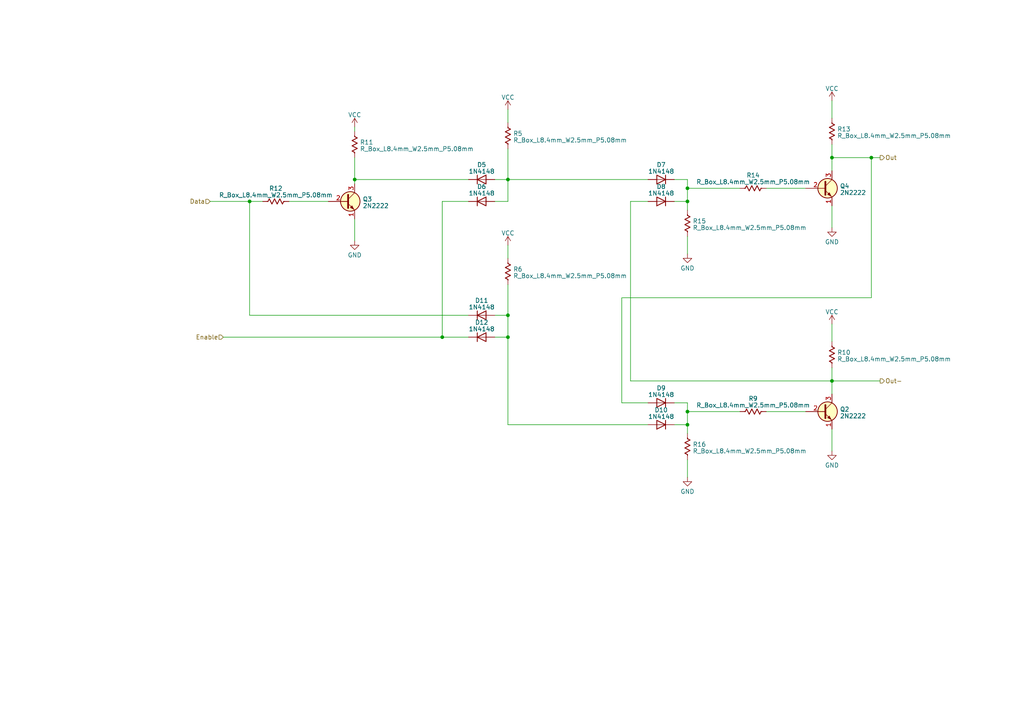
<source format=kicad_sch>
(kicad_sch (version 20230121) (generator eeschema)
  (paper "A4")
  (lib_symbols
    (symbol "Diode:1N4148" (pin_numbers hide) (pin_names hide)
      (property "Reference" "D" (at 0 2.54 0))
      (property "Value" "1N4148" (at 0 -2.54 0))
      (symbol "1N4148_0_1"
        (polyline (pts (xy -1.27 1.27) (xy -1.27 -1.27)) (stroke (width 0.254)))
        (polyline (pts (xy 1.27 0) (xy -1.27 0)))
        (polyline (pts (xy 1.27 1.27) (xy 1.27 -1.27) (xy -1.27 0) (xy 1.27 1.27)) (stroke (width 0.254)))
      )
      (symbol "1N4148_1_1"
        (pin passive line (at -3.81 0 0) (length 2.54) (name "K") (number "1"))
        (pin passive line (at 3.81 0 180) (length 2.54) (name "A") (number "2"))
      )
    )
    (symbol "PCM_Resistor_US_AKL:R_Box_L8.4mm_W2.5mm_P5.08mm" (pin_numbers hide) (pin_names (offset 0))
      (property "Reference" "R" (at 2.54 1.27 0))
      (property "Value" "R_Box_L8.4mm_W2.5mm_P5.08mm" (at 2.54 -1.27 0))
      (symbol "R_Box_L8.4mm_W2.5mm_P5.08mm_0_1"
        (polyline (pts (xy 0 -2.286) (xy 0 -2.54)) (stroke (width 0.254)))
        (polyline (pts (xy 0 2.286) (xy 0 2.54)) (stroke (width 0.254)))
        (polyline (pts (xy 0 2.286) (xy 0.762 1.905) (xy -0.762 1.143) (xy 0 0.762) (xy 0.762 0.381) (xy 0 0) (xy -0.762 -0.381) (xy 0 -0.762) (xy 0.762 -1.143) (xy 0 -1.524) (xy -0.762 -1.905) (xy 0 -2.286)) (stroke (width 0.254)))
      )
      (symbol "R_Box_L8.4mm_W2.5mm_P5.08mm_1_1"
        (pin passive line (at 0 3.81 270) (length 1.27) (name "~") (number "1"))
        (pin passive line (at 0 -3.81 90) (length 1.27) (name "~") (number "2"))
      )
    )
    (symbol "PCM_Transistor_BJT_AKL:2N2222" (pin_names hide)
      (property "Reference" "Q" (at 5.08 1.27 0))
      (property "Value" "2N2222" (at 5.08 -1.27 0))
      (symbol "2N2222_0_1"
        (polyline (pts (xy 0.635 0.635) (xy 2.54 2.54)))
        (polyline (pts (xy 0.635 -0.635) (xy 2.54 -2.54) (xy 2.54 -2.54)))
        (polyline (pts (xy 0.635 1.905) (xy 0.635 -1.905) (xy 0.635 -1.905)) (stroke (width 0.508)))
        (polyline (pts (xy 1.27 -1.778) (xy 1.778 -1.27) (xy 2.286 -2.286) (xy 1.27 -1.778) (xy 1.27 -1.778)) (fill (type outline)))
        (circle (center 1.27 0) (radius 2.8194) (stroke (width 0.254)) (fill (type background)))
      )
      (symbol "2N2222_1_1"
        (pin passive line (at 2.54 -5.08 90) (length 2.54) (name "E") (number "1"))
        (pin passive line (at -5.08 0 0) (length 5.715) (name "B") (number "2"))
        (pin passive line (at 2.54 5.08 270) (length 2.54) (name "C") (number "3"))
      )
    )
    (symbol "power:GND" (power) (pin_names (offset 0))
      (property "Value" "GND" (at 0 -3.81 0))
      (symbol "GND_0_1"
        (polyline (pts (xy 0 0) (xy 0 -1.27) (xy 1.27 -1.27) (xy 0 -2.54) (xy -1.27 -1.27) (xy 0 -1.27)))
      )
      (symbol "GND_1_1"
        (pin power_in line (at 0 0 270) (length 0) hide (name "GND") (number "1"))
      )
    )
    (symbol "power:VCC" (power) (pin_names (offset 0))
      (property "Value" "VCC" (at 0 3.81 0))
      (symbol "VCC_0_1"
        (polyline (pts (xy -0.762 1.27) (xy 0 2.54)))
        (polyline (pts (xy 0 0) (xy 0 2.54)))
        (polyline (pts (xy 0 2.54) (xy 0.762 1.27)))
      )
      (symbol "VCC_1_1"
        (pin power_in line (at 0 0 90) (length 0) hide (name "VCC") (number "1"))
      )
    )
  )
  (junction (at 128.27 97.79))
  (junction (at 147.32 91.44))
  (junction (at 199.39 119.38))
  (junction (at 102.87 52.07))
  (junction (at 199.39 54.61))
  (junction (at 241.3 45.72))
  (junction (at 199.39 58.42))
  (junction (at 252.73 45.72))
  (junction (at 147.32 52.07))
  (junction (at 241.3 110.49))
  (junction (at 199.39 123.19))
  (junction (at 72.39 58.42))
  (junction (at 147.32 97.79))
  (wire (pts (xy 147.32 43.18) (xy 147.32 52.07)))
  (wire (pts (xy 222.25 54.61) (xy 233.68 54.61)))
  (wire (pts (xy 241.3 59.69) (xy 241.3 66.04)))
  (wire (pts (xy 241.3 106.68) (xy 241.3 110.49)))
  (wire (pts (xy 143.51 91.44) (xy 147.32 91.44)))
  (wire (pts (xy 182.88 58.42) (xy 182.88 110.49)))
  (wire (pts (xy 241.3 45.72) (xy 241.3 49.53)))
  (wire (pts (xy 199.39 119.38) (xy 214.63 119.38)))
  (wire (pts (xy 241.3 110.49) (xy 241.3 114.3)))
  (wire (pts (xy 195.58 58.42) (xy 199.39 58.42)))
  (wire (pts (xy 187.96 116.84) (xy 180.34 116.84)))
  (wire (pts (xy 241.3 93.98) (xy 241.3 99.06)))
  (wire (pts (xy 147.32 52.07) (xy 187.96 52.07)))
  (wire (pts (xy 135.89 91.44) (xy 72.39 91.44)))
  (wire (pts (xy 195.58 123.19) (xy 199.39 123.19)))
  (wire (pts (xy 180.34 86.36) (xy 252.73 86.36)))
  (wire (pts (xy 147.32 123.19) (xy 147.32 97.79)))
  (wire (pts (xy 128.27 97.79) (xy 135.89 97.79)))
  (wire (pts (xy 241.3 110.49) (xy 255.27 110.49)))
  (wire (pts (xy 199.39 54.61) (xy 214.63 54.61)))
  (wire (pts (xy 199.39 123.19) (xy 199.39 125.73)))
  (wire (pts (xy 102.87 52.07) (xy 102.87 53.34)))
  (wire (pts (xy 147.32 52.07) (xy 147.32 58.42)))
  (wire (pts (xy 199.39 58.42) (xy 199.39 60.96)))
  (wire (pts (xy 199.39 133.35) (xy 199.39 138.43)))
  (wire (pts (xy 102.87 36.83) (xy 102.87 38.1)))
  (wire (pts (xy 135.89 58.42) (xy 128.27 58.42)))
  (wire (pts (xy 182.88 110.49) (xy 241.3 110.49)))
  (wire (pts (xy 241.3 124.46) (xy 241.3 130.81)))
  (wire (pts (xy 199.39 119.38) (xy 199.39 116.84)))
  (wire (pts (xy 72.39 58.42) (xy 76.2 58.42)))
  (wire (pts (xy 252.73 45.72) (xy 255.27 45.72)))
  (wire (pts (xy 241.3 41.91) (xy 241.3 45.72)))
  (wire (pts (xy 83.82 58.42) (xy 95.25 58.42)))
  (wire (pts (xy 180.34 116.84) (xy 180.34 86.36)))
  (wire (pts (xy 102.87 63.5) (xy 102.87 69.85)))
  (wire (pts (xy 241.3 45.72) (xy 252.73 45.72)))
  (wire (pts (xy 147.32 82.55) (xy 147.32 91.44)))
  (wire (pts (xy 199.39 52.07) (xy 195.58 52.07)))
  (wire (pts (xy 187.96 58.42) (xy 182.88 58.42)))
  (wire (pts (xy 147.32 31.75) (xy 147.32 35.56)))
  (wire (pts (xy 199.39 123.19) (xy 199.39 119.38)))
  (wire (pts (xy 199.39 116.84) (xy 195.58 116.84)))
  (wire (pts (xy 147.32 71.12) (xy 147.32 74.93)))
  (wire (pts (xy 252.73 86.36) (xy 252.73 45.72)))
  (wire (pts (xy 199.39 58.42) (xy 199.39 54.61)))
  (wire (pts (xy 199.39 54.61) (xy 199.39 52.07)))
  (wire (pts (xy 143.51 97.79) (xy 147.32 97.79)))
  (wire (pts (xy 128.27 58.42) (xy 128.27 97.79)))
  (wire (pts (xy 241.3 29.21) (xy 241.3 34.29)))
  (wire (pts (xy 60.96 58.42) (xy 72.39 58.42)))
  (wire (pts (xy 143.51 58.42) (xy 147.32 58.42)))
  (wire (pts (xy 143.51 52.07) (xy 147.32 52.07)))
  (wire (pts (xy 199.39 68.58) (xy 199.39 73.66)))
  (wire (pts (xy 102.87 52.07) (xy 135.89 52.07)))
  (wire (pts (xy 72.39 91.44) (xy 72.39 58.42)))
  (wire (pts (xy 102.87 45.72) (xy 102.87 52.07)))
  (wire (pts (xy 187.96 123.19) (xy 147.32 123.19)))
  (wire (pts (xy 147.32 91.44) (xy 147.32 97.79)))
  (wire (pts (xy 222.25 119.38) (xy 233.68 119.38)))
  (wire (pts (xy 64.77 97.79) (xy 128.27 97.79)))
  (hierarchical_label "Out" (shape output) (at 255.27 45.72 0))
  (hierarchical_label "Data" (shape input) (at 60.96 58.42 180))
  (hierarchical_label "Enable" (shape input) (at 64.77 97.79 180))
  (hierarchical_label "Out-" (shape output) (at 255.27 110.49 0))
  (symbol (lib_id "PCM_Resistor_US_AKL:R_Box_L8.4mm_W2.5mm_P5.08mm") (at 102.87 41.91 180) (unit 1)
    (property "Reference" "R11" (at 104.394 41.2663 0) (effects (justify right)))
    (property "Value" "R_Box_L8.4mm_W2.5mm_P5.08mm" (at 104.394 43.1873 0) (effects (justify right)))
    (property "Footprint" "Resistor_THT_US_AKL:R_Box_L8.4mm_W2.5mm_P5.08mm" (effects hide))
    (instances (project "1 Byte Register" (path "" (reference "R11") (unit 1)) (path "" (reference "R3") (unit 1)) (path "" (reference "R23") (unit 1)) (path "" (reference "R33") (unit 1)) (path "" (reference "R73") (unit 1)) (path "" (reference "R63") (unit 1)) (path "" (reference "R43") (unit 1)) (path "" (reference "R53") (unit 1))))
  )
  (symbol (lib_id "power:GND") (at 199.39 73.66 0) (unit 1)
    (property "Reference" "#PWR08" (effects hide))
    (property "Value" "GND" (at 199.39 77.7955 0))
    (instances (project "1 Byte Register" (path "" (reference "#PWR08") (unit 1)) (path "" (reference "#PWR017") (unit 1)) (path "" (reference "#PWR027") (unit 1)) (path "" (reference "#PWR037") (unit 1)) (path "" (reference "#PWR077") (unit 1)) (path "" (reference "#PWR067") (unit 1)) (path "" (reference "#PWR047") (unit 1)) (path "" (reference "#PWR057") (unit 1))))
  )
  (symbol (lib_id "power:GND") (at 102.87 69.85 0) (unit 1)
    (property "Reference" "#PWR02" (effects hide))
    (property "Value" "GND" (at 102.87 73.9855 0))
    (instances (project "1 Byte Register" (path "" (reference "#PWR02") (unit 1)) (path "" (reference "#PWR015") (unit 1)) (path "" (reference "#PWR025") (unit 1)) (path "" (reference "#PWR035") (unit 1)) (path "" (reference "#PWR075") (unit 1)) (path "" (reference "#PWR065") (unit 1)) (path "" (reference "#PWR045") (unit 1)) (path "" (reference "#PWR055") (unit 1))))
  )
  (symbol (lib_id "PCM_Resistor_US_AKL:R_Box_L8.4mm_W2.5mm_P5.08mm") (at 147.32 39.37 180) (unit 1)
    (property "Reference" "R5" (at 148.844 38.7263 0) (effects (justify right)))
    (property "Value" "R_Box_L8.4mm_W2.5mm_P5.08mm" (at 148.844 40.6473 0) (effects (justify right)))
    (property "Footprint" "Resistor_THT_US_AKL:R_Box_L8.4mm_W2.5mm_P5.08mm" (effects hide))
    (instances (project "1 Byte Register" (path "" (reference "R5") (unit 1)) (path "" (reference "R2") (unit 1)) (path "" (reference "R22") (unit 1)) (path "" (reference "R32") (unit 1)) (path "" (reference "R72") (unit 1)) (path "" (reference "R62") (unit 1)) (path "" (reference "R42") (unit 1)) (path "" (reference "R52") (unit 1))))
  )
  (symbol (lib_id "PCM_Resistor_US_AKL:R_Box_L8.4mm_W2.5mm_P5.08mm") (at 80.01 58.42 90) (unit 1)
    (property "Reference" "R12" (at 80.01 54.6481 90))
    (property "Value" "R_Box_L8.4mm_W2.5mm_P5.08mm" (at 80.01 56.5691 90))
    (property "Footprint" "Resistor_THT_US_AKL:R_Box_L8.4mm_W2.5mm_P5.08mm" (effects hide))
    (instances (project "1 Byte Register" (path "" (reference "R12") (unit 1)) (path "" (reference "R7") (unit 1)) (path "" (reference "R25") (unit 1)) (path "" (reference "R35") (unit 1)) (path "" (reference "R75") (unit 1)) (path "" (reference "R65") (unit 1)) (path "" (reference "R45") (unit 1)) (path "" (reference "R55") (unit 1))))
  )
  (symbol (lib_id "power:GND") (at 241.3 66.04 0) (unit 1)
    (property "Reference" "#PWR07" (effects hide))
    (property "Value" "GND" (at 241.3 70.1755 0))
    (instances (project "1 Byte Register" (path "" (reference "#PWR07") (unit 1)) (path "" (reference "#PWR014") (unit 1)) (path "" (reference "#PWR024") (unit 1)) (path "" (reference "#PWR034") (unit 1)) (path "" (reference "#PWR074") (unit 1)) (path "" (reference "#PWR064") (unit 1)) (path "" (reference "#PWR044") (unit 1)) (path "" (reference "#PWR054") (unit 1))))
  )
  (symbol (lib_id "PCM_Resistor_US_AKL:R_Box_L8.4mm_W2.5mm_P5.08mm") (at 218.44 119.38 90) (unit 1)
    (property "Reference" "R9" (at 218.44 115.6081 90))
    (property "Value" "R_Box_L8.4mm_W2.5mm_P5.08mm" (at 218.44 117.5291 90))
    (property "Footprint" "Resistor_THT_US_AKL:R_Box_L8.4mm_W2.5mm_P5.08mm" (effects hide))
    (instances (project "1 Byte Register" (path "" (reference "R9") (unit 1)) (path "" (reference "R19") (unit 1)) (path "" (reference "R29") (unit 1)) (path "" (reference "R39") (unit 1)) (path "" (reference "R79") (unit 1)) (path "" (reference "R69") (unit 1)) (path "" (reference "R49") (unit 1)) (path "" (reference "R59") (unit 1))))
  )
  (symbol (lib_id "PCM_Resistor_US_AKL:R_Box_L8.4mm_W2.5mm_P5.08mm") (at 147.32 78.74 180) (unit 1)
    (property "Reference" "R6" (at 148.844 78.0963 0) (effects (justify right)))
    (property "Value" "R_Box_L8.4mm_W2.5mm_P5.08mm" (at 148.844 80.0173 0) (effects (justify right)))
    (property "Footprint" "Resistor_THT_US_AKL:R_Box_L8.4mm_W2.5mm_P5.08mm" (effects hide))
    (instances (project "1 Byte Register" (path "" (reference "R6") (unit 1)) (path "" (reference "R17") (unit 1)) (path "" (reference "R27") (unit 1)) (path "" (reference "R37") (unit 1)) (path "" (reference "R77") (unit 1)) (path "" (reference "R67") (unit 1)) (path "" (reference "R47") (unit 1)) (path "" (reference "R57") (unit 1))))
  )
  (symbol (lib_id "Diode:1N4148") (at 191.77 52.07 180) (unit 1)
    (property "Reference" "D7" (at 191.77 47.7901 0))
    (property "Value" "1N4148" (at 191.77 49.7111 0))
    (property "Footprint" "Diode_THT:D_DO-35_SOD27_P7.62mm_Horizontal" (effects hide))
    (property "Datasheet" "https://assets.nexperia.com/documents/data-sheet/1N4148_1N4448.pdf" (effects hide))
    (property "Sim.Device" "D" (effects hide))
    (property "Sim.Pins" "1=K 2=A" (effects hide))
    (instances (project "1 Byte Register" (path "" (reference "D7") (unit 1)) (path "" (reference "D2") (unit 1)) (path "" (reference "D18") (unit 1)) (path "" (reference "D26") (unit 1)) (path "" (reference "D58") (unit 1)) (path "" (reference "D50") (unit 1)) (path "" (reference "D34") (unit 1)) (path "" (reference "D42") (unit 1))))
  )
  (symbol (lib_id "power:GND") (at 199.39 138.43 0) (unit 1)
    (property "Reference" "#PWR09" (effects hide))
    (property "Value" "GND" (at 199.39 142.5655 0))
    (instances (project "1 Byte Register" (path "" (reference "#PWR09") (unit 1)) (path "" (reference "#PWR020") (unit 1)) (path "" (reference "#PWR030") (unit 1)) (path "" (reference "#PWR040") (unit 1)) (path "" (reference "#PWR080") (unit 1)) (path "" (reference "#PWR070") (unit 1)) (path "" (reference "#PWR050") (unit 1)) (path "" (reference "#PWR060") (unit 1))))
  )
  (symbol (lib_id "power:VCC") (at 147.32 31.75 0) (unit 1)
    (property "Reference" "#PWR010" (effects hide))
    (property "Value" "VCC" (at 147.32 28.2481 0))
    (instances (project "1 Byte Register" (path "" (reference "#PWR010") (unit 1)) (path "" (reference "#PWR012") (unit 1)) (path "" (reference "#PWR022") (unit 1)) (path "" (reference "#PWR032") (unit 1)) (path "" (reference "#PWR072") (unit 1)) (path "" (reference "#PWR062") (unit 1)) (path "" (reference "#PWR042") (unit 1)) (path "" (reference "#PWR052") (unit 1))))
  )
  (symbol (lib_id "power:VCC") (at 241.3 93.98 0) (unit 1)
    (property "Reference" "#PWR01" (effects hide))
    (property "Value" "VCC" (at 241.3 90.4781 0))
    (instances (project "1 Byte Register" (path "" (reference "#PWR01") (unit 1)) (path "" (reference "#PWR018") (unit 1)) (path "" (reference "#PWR028") (unit 1)) (path "" (reference "#PWR038") (unit 1)) (path "" (reference "#PWR078") (unit 1)) (path "" (reference "#PWR068") (unit 1)) (path "" (reference "#PWR048") (unit 1)) (path "" (reference "#PWR058") (unit 1))))
  )
  (symbol (lib_id "power:VCC") (at 147.32 71.12 0) (unit 1)
    (property "Reference" "#PWR011" (effects hide))
    (property "Value" "VCC" (at 147.32 67.6181 0))
    (instances (project "1 Byte Register" (path "" (reference "#PWR011") (unit 1)) (path "" (reference "#PWR016") (unit 1)) (path "" (reference "#PWR026") (unit 1)) (path "" (reference "#PWR036") (unit 1)) (path "" (reference "#PWR076") (unit 1)) (path "" (reference "#PWR066") (unit 1)) (path "" (reference "#PWR046") (unit 1)) (path "" (reference "#PWR056") (unit 1))))
  )
  (symbol (lib_id "Diode:1N4148") (at 191.77 116.84 180) (unit 1)
    (property "Reference" "D9" (at 191.77 112.5601 0))
    (property "Value" "1N4148" (at 191.77 114.4811 0))
    (property "Footprint" "Diode_THT:D_DO-35_SOD27_P7.62mm_Horizontal" (effects hide))
    (property "Datasheet" "https://assets.nexperia.com/documents/data-sheet/1N4148_1N4448.pdf" (effects hide))
    (property "Sim.Device" "D" (effects hide))
    (property "Sim.Pins" "1=K 2=A" (effects hide))
    (instances (project "1 Byte Register" (path "" (reference "D9") (unit 1)) (path "" (reference "D15") (unit 1)) (path "" (reference "D23") (unit 1)) (path "" (reference "D31") (unit 1)) (path "" (reference "D63") (unit 1)) (path "" (reference "D55") (unit 1)) (path "" (reference "D39") (unit 1)) (path "" (reference "D47") (unit 1))))
  )
  (symbol (lib_id "PCM_Transistor_BJT_AKL:2N2222") (at 100.33 58.42 0) (unit 1)
    (property "Reference" "Q3" (at 105.1814 57.7763 0) (effects (justify left)))
    (property "Value" "2N2222" (at 105.1814 59.6973 0) (effects (justify left)))
    (property "Footprint" "Package_TO_SOT_THT_AKL:TO-18-3_EBC" (effects hide))
    (property "Datasheet" "https://www.farnell.com/datasheets/296640.pdf" (effects hide))
    (instances (project "1 Byte Register" (path "" (reference "Q3") (unit 1)) (path "" (reference "Q5") (unit 1)) (path "" (reference "Q8") (unit 1)) (path "" (reference "Q11") (unit 1)) (path "" (reference "Q23") (unit 1)) (path "" (reference "Q20") (unit 1)) (path "" (reference "Q14") (unit 1)) (path "" (reference "Q17") (unit 1))))
  )
  (symbol (lib_id "PCM_Transistor_BJT_AKL:2N2222") (at 238.76 54.61 0) (unit 1)
    (property "Reference" "Q4" (at 243.6114 53.9663 0) (effects (justify left)))
    (property "Value" "2N2222" (at 243.6114 55.8873 0) (effects (justify left)))
    (property "Footprint" "Package_TO_SOT_THT_AKL:TO-18-3_EBC" (effects hide))
    (property "Datasheet" "https://www.farnell.com/datasheets/296640.pdf" (effects hide))
    (instances (project "1 Byte Register" (path "" (reference "Q4") (unit 1)) (path "" (reference "Q1") (unit 1)) (path "" (reference "Q7") (unit 1)) (path "" (reference "Q10") (unit 1)) (path "" (reference "Q22") (unit 1)) (path "" (reference "Q19") (unit 1)) (path "" (reference "Q13") (unit 1)) (path "" (reference "Q16") (unit 1))))
  )
  (symbol (lib_id "power:GND") (at 241.3 130.81 0) (unit 1)
    (property "Reference" "#PWR06" (effects hide))
    (property "Value" "GND" (at 241.3 134.9455 0))
    (instances (project "1 Byte Register" (path "" (reference "#PWR06") (unit 1)) (path "" (reference "#PWR019") (unit 1)) (path "" (reference "#PWR029") (unit 1)) (path "" (reference "#PWR039") (unit 1)) (path "" (reference "#PWR079") (unit 1)) (path "" (reference "#PWR069") (unit 1)) (path "" (reference "#PWR049") (unit 1)) (path "" (reference "#PWR059") (unit 1))))
  )
  (symbol (lib_id "Diode:1N4148") (at 139.7 58.42 0) (unit 1)
    (property "Reference" "D6" (at 139.7 54.1401 0))
    (property "Value" "1N4148" (at 139.7 56.0611 0))
    (property "Footprint" "Diode_THT:D_DO-35_SOD27_P7.62mm_Horizontal" (effects hide))
    (property "Datasheet" "https://assets.nexperia.com/documents/data-sheet/1N4148_1N4448.pdf" (effects hide))
    (property "Sim.Device" "D" (effects hide))
    (property "Sim.Pins" "1=K 2=A" (effects hide))
    (instances (project "1 Byte Register" (path "" (reference "D6") (unit 1)) (path "" (reference "D3") (unit 1)) (path "" (reference "D19") (unit 1)) (path "" (reference "D27") (unit 1)) (path "" (reference "D59") (unit 1)) (path "" (reference "D51") (unit 1)) (path "" (reference "D35") (unit 1)) (path "" (reference "D43") (unit 1))))
  )
  (symbol (lib_id "PCM_Transistor_BJT_AKL:2N2222") (at 238.76 119.38 0) (unit 1)
    (property "Reference" "Q2" (at 243.6114 118.7363 0) (effects (justify left)))
    (property "Value" "2N2222" (at 243.6114 120.6573 0) (effects (justify left)))
    (property "Footprint" "Package_TO_SOT_THT_AKL:TO-18-3_EBC" (effects hide))
    (property "Datasheet" "https://www.farnell.com/datasheets/296640.pdf" (effects hide))
    (instances (project "1 Byte Register" (path "" (reference "Q2") (unit 1)) (path "" (reference "Q6") (unit 1)) (path "" (reference "Q9") (unit 1)) (path "" (reference "Q12") (unit 1)) (path "" (reference "Q24") (unit 1)) (path "" (reference "Q21") (unit 1)) (path "" (reference "Q15") (unit 1)) (path "" (reference "Q18") (unit 1))))
  )
  (symbol (lib_id "PCM_Resistor_US_AKL:R_Box_L8.4mm_W2.5mm_P5.08mm") (at 218.44 54.61 90) (unit 1)
    (property "Reference" "R14" (at 218.44 50.8381 90))
    (property "Value" "R_Box_L8.4mm_W2.5mm_P5.08mm" (at 218.44 52.7591 90))
    (property "Footprint" "Resistor_THT_US_AKL:R_Box_L8.4mm_W2.5mm_P5.08mm" (effects hide))
    (instances (project "1 Byte Register" (path "" (reference "R14") (unit 1)) (path "" (reference "R4") (unit 1)) (path "" (reference "R24") (unit 1)) (path "" (reference "R34") (unit 1)) (path "" (reference "R74") (unit 1)) (path "" (reference "R64") (unit 1)) (path "" (reference "R44") (unit 1)) (path "" (reference "R54") (unit 1))))
  )
  (symbol (lib_id "Diode:1N4148") (at 139.7 97.79 0) (unit 1)
    (property "Reference" "D12" (at 139.7 93.5101 0))
    (property "Value" "1N4148" (at 139.7 95.4311 0))
    (property "Footprint" "Diode_THT:D_DO-35_SOD27_P7.62mm_Horizontal" (effects hide))
    (property "Datasheet" "https://assets.nexperia.com/documents/data-sheet/1N4148_1N4448.pdf" (effects hide))
    (property "Sim.Device" "D" (effects hide))
    (property "Sim.Pins" "1=K 2=A" (effects hide))
    (instances (project "1 Byte Register" (path "" (reference "D12") (unit 1)) (path "" (reference "D14") (unit 1)) (path "" (reference "D22") (unit 1)) (path "" (reference "D30") (unit 1)) (path "" (reference "D62") (unit 1)) (path "" (reference "D54") (unit 1)) (path "" (reference "D38") (unit 1)) (path "" (reference "D46") (unit 1))))
  )
  (symbol (lib_id "Diode:1N4148") (at 191.77 58.42 180) (unit 1)
    (property "Reference" "D8" (at 191.77 54.1401 0))
    (property "Value" "1N4148" (at 191.77 56.0611 0))
    (property "Footprint" "Diode_THT:D_DO-35_SOD27_P7.62mm_Horizontal" (effects hide))
    (property "Datasheet" "https://assets.nexperia.com/documents/data-sheet/1N4148_1N4448.pdf" (effects hide))
    (property "Sim.Device" "D" (effects hide))
    (property "Sim.Pins" "1=K 2=A" (effects hide))
    (instances (project "1 Byte Register" (path "" (reference "D8") (unit 1)) (path "" (reference "D4") (unit 1)) (path "" (reference "D20") (unit 1)) (path "" (reference "D28") (unit 1)) (path "" (reference "D60") (unit 1)) (path "" (reference "D52") (unit 1)) (path "" (reference "D36") (unit 1)) (path "" (reference "D44") (unit 1))))
  )
  (symbol (lib_id "PCM_Resistor_US_AKL:R_Box_L8.4mm_W2.5mm_P5.08mm") (at 199.39 129.54 180) (unit 1)
    (property "Reference" "R16" (at 200.914 128.8963 0) (effects (justify right)))
    (property "Value" "R_Box_L8.4mm_W2.5mm_P5.08mm" (at 200.914 130.8173 0) (effects (justify right)))
    (property "Footprint" "Resistor_THT_US_AKL:R_Box_L8.4mm_W2.5mm_P5.08mm" (effects hide))
    (instances (project "1 Byte Register" (path "" (reference "R16") (unit 1)) (path "" (reference "R20") (unit 1)) (path "" (reference "R30") (unit 1)) (path "" (reference "R40") (unit 1)) (path "" (reference "R80") (unit 1)) (path "" (reference "R70") (unit 1)) (path "" (reference "R50") (unit 1)) (path "" (reference "R60") (unit 1))))
  )
  (symbol (lib_id "power:VCC") (at 241.3 29.21 0) (unit 1)
    (property "Reference" "#PWR05" (effects hide))
    (property "Value" "VCC" (at 241.3 25.7081 0))
    (instances (project "1 Byte Register" (path "" (reference "#PWR05") (unit 1)) (path "" (reference "#PWR04") (unit 1)) (path "" (reference "#PWR021") (unit 1)) (path "" (reference "#PWR031") (unit 1)) (path "" (reference "#PWR071") (unit 1)) (path "" (reference "#PWR061") (unit 1)) (path "" (reference "#PWR041") (unit 1)) (path "" (reference "#PWR051") (unit 1))))
  )
  (symbol (lib_id "PCM_Resistor_US_AKL:R_Box_L8.4mm_W2.5mm_P5.08mm") (at 199.39 64.77 180) (unit 1)
    (property "Reference" "R15" (at 200.914 64.1263 0) (effects (justify right)))
    (property "Value" "R_Box_L8.4mm_W2.5mm_P5.08mm" (at 200.914 66.0473 0) (effects (justify right)))
    (property "Footprint" "Resistor_THT_US_AKL:R_Box_L8.4mm_W2.5mm_P5.08mm" (effects hide))
    (instances (project "1 Byte Register" (path "" (reference "R15") (unit 1)) (path "" (reference "R8") (unit 1)) (path "" (reference "R26") (unit 1)) (path "" (reference "R36") (unit 1)) (path "" (reference "R76") (unit 1)) (path "" (reference "R66") (unit 1)) (path "" (reference "R46") (unit 1)) (path "" (reference "R56") (unit 1))))
  )
  (symbol (lib_id "Diode:1N4148") (at 191.77 123.19 180) (unit 1)
    (property "Reference" "D10" (at 191.77 118.9101 0))
    (property "Value" "1N4148" (at 191.77 120.8311 0))
    (property "Footprint" "Diode_THT:D_DO-35_SOD27_P7.62mm_Horizontal" (effects hide))
    (property "Datasheet" "https://assets.nexperia.com/documents/data-sheet/1N4148_1N4448.pdf" (effects hide))
    (property "Sim.Device" "D" (effects hide))
    (property "Sim.Pins" "1=K 2=A" (effects hide))
    (instances (project "1 Byte Register" (path "" (reference "D10") (unit 1)) (path "" (reference "D16") (unit 1)) (path "" (reference "D24") (unit 1)) (path "" (reference "D32") (unit 1)) (path "" (reference "D64") (unit 1)) (path "" (reference "D56") (unit 1)) (path "" (reference "D40") (unit 1)) (path "" (reference "D48") (unit 1))))
  )
  (symbol (lib_id "power:VCC") (at 102.87 36.83 0) (unit 1)
    (property "Reference" "#PWR03" (effects hide))
    (property "Value" "VCC" (at 102.87 33.3281 0))
    (instances (project "1 Byte Register" (path "" (reference "#PWR03") (unit 1)) (path "" (reference "#PWR013") (unit 1)) (path "" (reference "#PWR023") (unit 1)) (path "" (reference "#PWR033") (unit 1)) (path "" (reference "#PWR073") (unit 1)) (path "" (reference "#PWR063") (unit 1)) (path "" (reference "#PWR043") (unit 1)) (path "" (reference "#PWR053") (unit 1))))
  )
  (symbol (lib_id "Diode:1N4148") (at 139.7 91.44 0) (unit 1)
    (property "Reference" "D11" (at 139.7 87.1601 0))
    (property "Value" "1N4148" (at 139.7 89.0811 0))
    (property "Footprint" "Diode_THT:D_DO-35_SOD27_P7.62mm_Horizontal" (effects hide))
    (property "Datasheet" "https://assets.nexperia.com/documents/data-sheet/1N4148_1N4448.pdf" (effects hide))
    (property "Sim.Device" "D" (effects hide))
    (property "Sim.Pins" "1=K 2=A" (effects hide))
    (instances (project "1 Byte Register" (path "" (reference "D11") (unit 1)) (path "" (reference "D13") (unit 1)) (path "" (reference "D21") (unit 1)) (path "" (reference "D29") (unit 1)) (path "" (reference "D61") (unit 1)) (path "" (reference "D53") (unit 1)) (path "" (reference "D37") (unit 1)) (path "" (reference "D45") (unit 1))))
  )
  (symbol (lib_id "Diode:1N4148") (at 139.7 52.07 0) (unit 1)
    (property "Reference" "D5" (at 139.7 47.7901 0))
    (property "Value" "1N4148" (at 139.7 49.7111 0))
    (property "Footprint" "Diode_THT:D_DO-35_SOD27_P7.62mm_Horizontal" (effects hide))
    (property "Datasheet" "https://assets.nexperia.com/documents/data-sheet/1N4148_1N4448.pdf" (effects hide))
    (property "Sim.Device" "D" (effects hide))
    (property "Sim.Pins" "1=K 2=A" (effects hide))
    (instances (project "1 Byte Register" (path "" (reference "D5") (unit 1)) (path "" (reference "D1") (unit 1)) (path "" (reference "D17") (unit 1)) (path "" (reference "D25") (unit 1)) (path "" (reference "D57") (unit 1)) (path "" (reference "D49") (unit 1)) (path "" (reference "D33") (unit 1)) (path "" (reference "D41") (unit 1))))
  )
  (symbol (lib_id "PCM_Resistor_US_AKL:R_Box_L8.4mm_W2.5mm_P5.08mm") (at 241.3 38.1 180) (unit 1)
    (property "Reference" "R13" (at 242.824 37.4563 0) (effects (justify right)))
    (property "Value" "R_Box_L8.4mm_W2.5mm_P5.08mm" (at 242.824 39.3773 0) (effects (justify right)))
    (property "Footprint" "Resistor_THT_US_AKL:R_Box_L8.4mm_W2.5mm_P5.08mm" (effects hide))
    (instances (project "1 Byte Register" (path "" (reference "R13") (unit 1)) (path "" (reference "R1") (unit 1)) (path "" (reference "R21") (unit 1)) (path "" (reference "R31") (unit 1)) (path "" (reference "R71") (unit 1)) (path "" (reference "R61") (unit 1)) (path "" (reference "R41") (unit 1)) (path "" (reference "R51") (unit 1))))
  )
  (symbol (lib_id "PCM_Resistor_US_AKL:R_Box_L8.4mm_W2.5mm_P5.08mm") (at 241.3 102.87 180) (unit 1)
    (property "Reference" "R10" (at 242.824 102.2263 0) (effects (justify right)))
    (property "Value" "R_Box_L8.4mm_W2.5mm_P5.08mm" (at 242.824 104.1473 0) (effects (justify right)))
    (property "Footprint" "Resistor_THT_US_AKL:R_Box_L8.4mm_W2.5mm_P5.08mm" (effects hide))
    (instances (project "1 Byte Register" (path "" (reference "R10") (unit 1)) (path "" (reference "R18") (unit 1)) (path "" (reference "R28") (unit 1)) (path "" (reference "R38") (unit 1)) (path "" (reference "R78") (unit 1)) (path "" (reference "R68") (unit 1)) (path "" (reference "R48") (unit 1)) (path "" (reference "R58") (unit 1))))
  )
)
</source>
